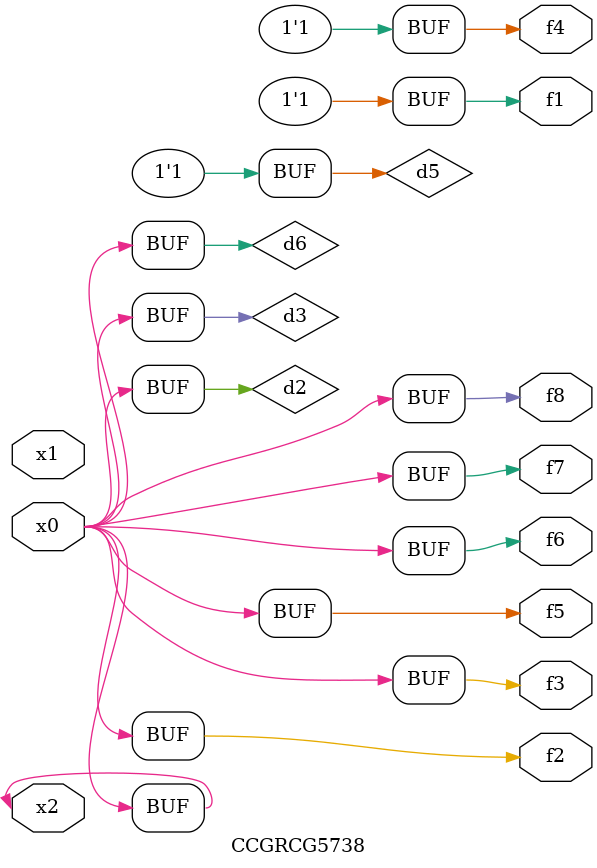
<source format=v>
module CCGRCG5738(
	input x0, x1, x2,
	output f1, f2, f3, f4, f5, f6, f7, f8
);

	wire d1, d2, d3, d4, d5, d6;

	xnor (d1, x2);
	buf (d2, x0, x2);
	and (d3, x0);
	xnor (d4, x1, x2);
	nand (d5, d1, d3);
	buf (d6, d2, d3);
	assign f1 = d5;
	assign f2 = d6;
	assign f3 = d6;
	assign f4 = d5;
	assign f5 = d6;
	assign f6 = d6;
	assign f7 = d6;
	assign f8 = d6;
endmodule

</source>
